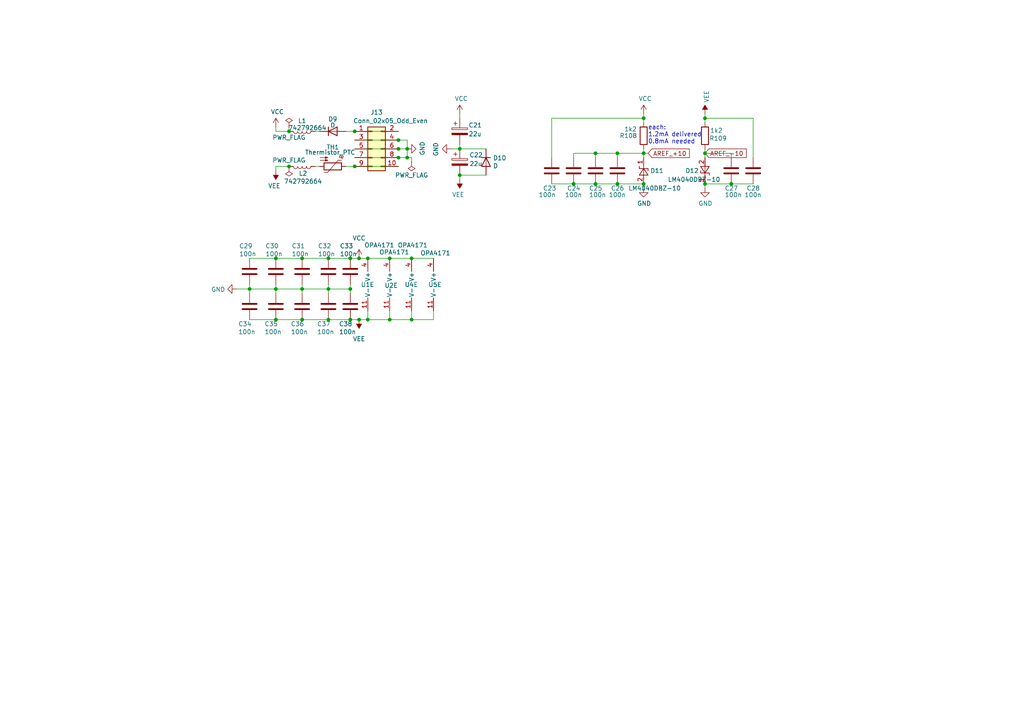
<source format=kicad_sch>
(kicad_sch (version 20211123) (generator eeschema)
  (paper "A4")
  (title_block (title "Mutable Blinds Klon, Taube Power") (date "2021-12-13") (rev "1.0") (comment 1 "urban@taube.xyz") (comment 2 "KiCad clone by Urban Bieri") (comment 3 "Design by Émilie Gillet") (comment 4 "cc-by-sa"))
  (lib_symbols
    (symbol "Amplifier_Operational:OPA4134" (pin_names (offset 0.127))
      (property "Reference" "U" (at 0 5.08 0))
      (property "Value" "OPA4134" (at 0 -5.08 0))
      (symbol "OPA4134_1_1"
        (polyline (pts (xy -5.08 5.08) (xy 5.08 0) (xy -5.08 -5.08) (xy -5.08 5.08)) (stroke (width 0.254)) (fill (type background)))
        (pin output line (at 7.62 0 180) (length 2.54) (name "~") (number "1"))
        (pin input line (at -7.62 -2.54 0) (length 2.54) (name "-") (number "2"))
        (pin input line (at -7.62 2.54 0) (length 2.54) (name "+") (number "3"))
      )
      (symbol "OPA4134_2_1"
        (polyline (pts (xy -5.08 5.08) (xy 5.08 0) (xy -5.08 -5.08) (xy -5.08 5.08)) (stroke (width 0.254)) (fill (type background)))
        (pin input line (at -7.62 2.54 0) (length 2.54) (name "+") (number "5"))
        (pin input line (at -7.62 -2.54 0) (length 2.54) (name "-") (number "6"))
        (pin output line (at 7.62 0 180) (length 2.54) (name "~") (number "7"))
      )
      (symbol "OPA4134_3_1"
        (polyline (pts (xy -5.08 5.08) (xy 5.08 0) (xy -5.08 -5.08) (xy -5.08 5.08)) (stroke (width 0.254)) (fill (type background)))
        (pin input line (at -7.62 2.54 0) (length 2.54) (name "+") (number "10"))
        (pin output line (at 7.62 0 180) (length 2.54) (name "~") (number "8"))
        (pin input line (at -7.62 -2.54 0) (length 2.54) (name "-") (number "9"))
      )
      (symbol "OPA4134_4_1"
        (polyline (pts (xy -5.08 5.08) (xy 5.08 0) (xy -5.08 -5.08) (xy -5.08 5.08)) (stroke (width 0.254)) (fill (type background)))
        (pin input line (at -7.62 2.54 0) (length 2.54) (name "+") (number "12"))
        (pin input line (at -7.62 -2.54 0) (length 2.54) (name "-") (number "13"))
        (pin output line (at 7.62 0 180) (length 2.54) (name "~") (number "14"))
      )
      (symbol "OPA4134_5_1"
        (pin power_in line (at -2.54 -7.62 90) (length 3.81) (name "V-") (number "11"))
        (pin power_in line (at -2.54 7.62 270) (length 3.81) (name "V+") (number "4"))
      )
    )
    (symbol "Connector_Generic:Conn_02x05_Odd_Even" (pin_names (offset 1.016) hide)
      (property "Reference" "J" (at 1.27 7.62 0))
      (property "Value" "Conn_02x05_Odd_Even" (at 1.27 -7.62 0))
      (symbol "Conn_02x05_Odd_Even_1_1"
        (rectangle (start -1.27 -4.953) (end 0 -5.207) (stroke (width 0.1524)))
        (rectangle (start -1.27 -2.413) (end 0 -2.667) (stroke (width 0.1524)))
        (rectangle (start -1.27 0.127) (end 0 -0.127) (stroke (width 0.1524)))
        (rectangle (start -1.27 2.667) (end 0 2.413) (stroke (width 0.1524)))
        (rectangle (start -1.27 5.207) (end 0 4.953) (stroke (width 0.1524)))
        (rectangle (start -1.27 6.35) (end 3.81 -6.35) (stroke (width 0.254)) (fill (type background)))
        (rectangle (start 3.81 -4.953) (end 2.54 -5.207) (stroke (width 0.1524)))
        (rectangle (start 3.81 -2.413) (end 2.54 -2.667) (stroke (width 0.1524)))
        (rectangle (start 3.81 0.127) (end 2.54 -0.127) (stroke (width 0.1524)))
        (rectangle (start 3.81 2.667) (end 2.54 2.413) (stroke (width 0.1524)))
        (rectangle (start 3.81 5.207) (end 2.54 4.953) (stroke (width 0.1524)))
        (pin passive line (at -5.08 5.08 0) (length 3.81) (name "Pin_1") (number "1"))
        (pin passive line (at 7.62 -5.08 180) (length 3.81) (name "Pin_10") (number "10"))
        (pin passive line (at 7.62 5.08 180) (length 3.81) (name "Pin_2") (number "2"))
        (pin passive line (at -5.08 2.54 0) (length 3.81) (name "Pin_3") (number "3"))
        (pin passive line (at 7.62 2.54 180) (length 3.81) (name "Pin_4") (number "4"))
        (pin passive line (at -5.08 0 0) (length 3.81) (name "Pin_5") (number "5"))
        (pin passive line (at 7.62 0 180) (length 3.81) (name "Pin_6") (number "6"))
        (pin passive line (at -5.08 -2.54 0) (length 3.81) (name "Pin_7") (number "7"))
        (pin passive line (at 7.62 -2.54 180) (length 3.81) (name "Pin_8") (number "8"))
        (pin passive line (at -5.08 -5.08 0) (length 3.81) (name "Pin_9") (number "9"))
      )
    )
    (symbol "Device:C" (pin_numbers hide) (pin_names (offset 0.254))
      (property "Reference" "C" (at 0.635 2.54 0))
      (property "Value" "C" (at 0.635 -2.54 0))
      (symbol "C_0_1"
        (polyline (pts (xy -2.032 -0.762) (xy 2.032 -0.762)) (stroke (width 0.508)))
        (polyline (pts (xy -2.032 0.762) (xy 2.032 0.762)) (stroke (width 0.508)))
      )
      (symbol "C_1_1"
        (pin passive line (at 0 3.81 270) (length 2.794) (name "~") (number "1"))
        (pin passive line (at 0 -3.81 90) (length 2.794) (name "~") (number "2"))
      )
    )
    (symbol "Device:C_Polarized" (pin_numbers hide) (pin_names (offset 0.254))
      (property "Reference" "C" (at 0.635 2.54 0))
      (property "Value" "C_Polarized" (at 0.635 -2.54 0))
      (symbol "C_Polarized_0_1"
        (rectangle (start -2.286 0.508) (end 2.286 1.016))
        (polyline (pts (xy -1.778 2.286) (xy -0.762 2.286)))
        (polyline (pts (xy -1.27 2.794) (xy -1.27 1.778)))
        (rectangle (start 2.286 -0.508) (end -2.286 -1.016) (fill (type outline)))
      )
      (symbol "C_Polarized_1_1"
        (pin passive line (at 0 3.81 270) (length 2.794) (name "~") (number "1"))
        (pin passive line (at 0 -3.81 90) (length 2.794) (name "~") (number "2"))
      )
    )
    (symbol "Device:D" (pin_numbers hide) (pin_names (offset 1.016) hide)
      (property "Reference" "D" (at 0 2.54 0))
      (property "Value" "D" (at 0 -2.54 0))
      (symbol "D_0_1"
        (polyline (pts (xy -1.27 1.27) (xy -1.27 -1.27)) (stroke (width 0.254)))
        (polyline (pts (xy 1.27 0) (xy -1.27 0)))
        (polyline (pts (xy 1.27 1.27) (xy 1.27 -1.27) (xy -1.27 0) (xy 1.27 1.27)) (stroke (width 0.254)))
      )
      (symbol "D_1_1"
        (pin passive line (at -3.81 0 0) (length 2.54) (name "K") (number "1"))
        (pin passive line (at 3.81 0 180) (length 2.54) (name "A") (number "2"))
      )
    )
    (symbol "Device:L" (pin_numbers hide) (pin_names (offset 1.016) hide)
      (property "Reference" "L" (at -1.27 0 90))
      (property "Value" "L" (at 1.905 0 90))
      (symbol "L_0_1"
        (arc (start 0 -2.54) (mid 0.635 -1.905) (end 0 -1.27))
        (arc (start 0 -1.27) (mid 0.635 -0.635) (end 0 0))
        (arc (start 0 0) (mid 0.635 0.635) (end 0 1.27))
        (arc (start 0 1.27) (mid 0.635 1.905) (end 0 2.54))
      )
      (symbol "L_1_1"
        (pin passive line (at 0 3.81 270) (length 1.27) (name "1") (number "1"))
        (pin passive line (at 0 -3.81 90) (length 1.27) (name "2") (number "2"))
      )
    )
    (symbol "Device:R" (pin_numbers hide) (pin_names (offset 0))
      (property "Reference" "R" (at 2.032 0 90))
      (property "Value" "R" (at 0 0 90))
      (symbol "R_0_1"
        (rectangle (start -1.016 -2.54) (end 1.016 2.54) (stroke (width 0.254)))
      )
      (symbol "R_1_1"
        (pin passive line (at 0 3.81 270) (length 1.27) (name "~") (number "1"))
        (pin passive line (at 0 -3.81 90) (length 1.27) (name "~") (number "2"))
      )
    )
    (symbol "Device:Thermistor_PTC" (pin_numbers hide) (pin_names (offset 0))
      (property "Reference" "TH" (at -4.064 0 90))
      (property "Value" "Thermistor_PTC" (at 3.048 0 90))
      (symbol "Thermistor_PTC_0_1"
        (arc (start -3.048 2.159) (mid -3.0505 2.3165) (end -3.175 2.413))
        (arc (start -3.048 2.159) (mid -2.9736 1.9794) (end -2.794 1.905))
        (arc (start -3.048 2.794) (mid -2.9736 2.6144) (end -2.794 2.54))
        (arc (start -2.794 1.905) (mid -2.6144 1.9794) (end -2.54 2.159))
        (arc (start -2.794 2.54) (mid -2.434 2.5608) (end -2.159 2.794))
        (arc (start -2.794 3.048) (mid -2.9736 2.9736) (end -3.048 2.794))
        (arc (start -2.54 2.794) (mid -2.6144 2.9736) (end -2.794 3.048))
        (rectangle (start -1.016 2.54) (end 1.016 -2.54) (stroke (width 0.254)))
        (polyline (pts (xy -2.54 2.159) (xy -2.54 2.794)))
        (polyline (pts (xy -1.778 2.54) (xy -1.778 1.524) (xy 1.778 -1.524) (xy 1.778 -2.54)))
        (polyline (pts (xy -2.54 -3.683) (xy -2.54 -1.397) (xy -2.794 -2.159) (xy -2.286 -2.159) (xy -2.54 -1.397) (xy -2.54 -1.651)) (fill (type outline)))
        (polyline (pts (xy -1.778 -3.683) (xy -1.778 -1.397) (xy -2.032 -2.159) (xy -1.524 -2.159) (xy -1.778 -1.397) (xy -1.778 -1.651)) (fill (type outline)))
      )
      (symbol "Thermistor_PTC_1_1"
        (pin passive line (at 0 3.81 270) (length 1.27) (name "~") (number "1"))
        (pin passive line (at 0 -3.81 90) (length 1.27) (name "~") (number "2"))
      )
    )
    (symbol "Reference_Voltage:LM4040DBZ-10" (pin_names (offset 0.0254) hide)
      (property "Reference" "U" (at 0 2.54 0))
      (property "Value" "LM4040DBZ-10" (at 0 -3.175 0))
      (symbol "LM4040DBZ-10_0_1"
        (polyline (pts (xy -1.27 0) (xy 0 0) (xy 1.27 0)))
        (polyline (pts (xy -1.27 -1.27) (xy 0.635 0) (xy -1.27 1.27) (xy -1.27 -1.27)) (stroke (width 0.2032)))
        (polyline (pts (xy 0 -1.27) (xy 0.635 -1.27) (xy 0.635 1.27) (xy 1.27 1.27)) (stroke (width 0.2032)))
      )
      (symbol "LM4040DBZ-10_1_1"
        (pin passive line (at 3.81 0 180) (length 2.54) (name "K") (number "1"))
        (pin passive line (at -3.81 0 0) (length 2.54) (name "A") (number "2"))
      )
    )
    (symbol "power:GND" (power) (pin_names (offset 0))
      (property "Value" "GND" (at 0 -3.81 0))
      (symbol "GND_0_1"
        (polyline (pts (xy 0 0) (xy 0 -1.27) (xy 1.27 -1.27) (xy 0 -2.54) (xy -1.27 -1.27) (xy 0 -1.27)))
      )
      (symbol "GND_1_1"
        (pin power_in line (at 0 0 270) (length 0) hide (name "GND") (number "1"))
      )
    )
    (symbol "power:PWR_FLAG" (power) (pin_numbers hide) (pin_names (offset 0) hide)
      (property "Value" "PWR_FLAG" (at 0 3.81 0))
      (symbol "PWR_FLAG_0_0"
        (pin power_out line (at 0 0 90) (length 0) (name "pwr") (number "1"))
      )
      (symbol "PWR_FLAG_0_1"
        (polyline (pts (xy 0 0) (xy 0 1.27) (xy -1.016 1.905) (xy 0 2.54) (xy 1.016 1.905) (xy 0 1.27)))
      )
    )
    (symbol "power:VCC" (power) (pin_names (offset 0))
      (property "Value" "VCC" (at 0 3.81 0))
      (symbol "VCC_0_1"
        (polyline (pts (xy -0.762 1.27) (xy 0 2.54)))
        (polyline (pts (xy 0 0) (xy 0 2.54)))
        (polyline (pts (xy 0 2.54) (xy 0.762 1.27)))
      )
      (symbol "VCC_1_1"
        (pin power_in line (at 0 0 90) (length 0) hide (name "VCC") (number "1"))
      )
    )
    (symbol "power:VEE" (power) (pin_names (offset 0))
      (property "Value" "VEE" (at 0 3.81 0))
      (symbol "VEE_0_1"
        (polyline (pts (xy 0 0) (xy 0 2.54)))
        (polyline (pts (xy 0.762 1.27) (xy -0.762 1.27) (xy 0 2.54) (xy 0.762 1.27)) (fill (type outline)))
      )
      (symbol "VEE_1_1"
        (pin power_in line (at 0 0 90) (length 0) hide (name "VEE") (number "1"))
      )
    )
  )
  (junction (at 87.63 74.93))
  (junction (at 104.14 74.93))
  (junction (at 101.6 83.82))
  (junction (at 87.63 83.82))
  (junction (at 72.39 83.82))
  (junction (at 204.47 34.29))
  (junction (at 95.25 83.82))
  (junction (at 118.11 43.18))
  (junction (at 102.87 48.26))
  (junction (at 95.25 92.71))
  (junction (at 212.09 53.34))
  (junction (at 186.69 44.45))
  (junction (at 80.01 74.93))
  (junction (at 186.69 53.34))
  (junction (at 204.47 44.45))
  (junction (at 186.69 34.29))
  (junction (at 166.37 53.34))
  (junction (at 106.68 92.71))
  (junction (at 101.6 74.93))
  (junction (at 101.6 92.71))
  (junction (at 115.57 43.18))
  (junction (at 172.72 44.45))
  (junction (at 87.63 92.71))
  (junction (at 118.11 45.72))
  (junction (at 204.47 53.34))
  (junction (at 119.38 74.93))
  (junction (at 133.35 50.8))
  (junction (at 80.01 92.71))
  (junction (at 80.01 83.82))
  (junction (at 133.35 43.18))
  (junction (at 119.38 92.71))
  (junction (at 106.68 74.93))
  (junction (at 104.14 92.71))
  (junction (at 115.57 45.72))
  (junction (at 179.07 53.34))
  (junction (at 83.82 48.26))
  (junction (at 113.03 74.93))
  (junction (at 83.82 38.1))
  (junction (at 115.57 40.64))
  (junction (at 172.72 53.34))
  (junction (at 95.25 74.93))
  (junction (at 113.03 92.71))
  (junction (at 179.07 44.45))
  (junction (at 102.87 38.1))
  (wire (pts (xy 118.11 40.64) (xy 118.11 43.18)))
  (wire (pts (xy 72.39 74.93) (xy 80.01 74.93)))
  (wire (pts (xy 119.38 45.72) (xy 119.38 46.99)))
  (wire (pts (xy 186.69 44.45) (xy 179.07 44.45)))
  (wire (pts (xy 106.68 74.93) (xy 113.03 74.93)))
  (wire (pts (xy 218.44 45.72) (xy 218.44 34.29)))
  (wire (pts (xy 125.73 92.71) (xy 125.73 90.17)))
  (wire (pts (xy 102.87 40.64) (xy 115.57 40.64)))
  (wire (pts (xy 140.97 43.18) (xy 133.35 43.18)))
  (wire (pts (xy 106.68 92.71) (xy 113.03 92.71)))
  (wire (pts (xy 187.96 44.45) (xy 186.69 44.45)))
  (wire (pts (xy 83.82 38.1) (xy 83.82 36.83)))
  (wire (pts (xy 68.58 83.82) (xy 72.39 83.82)))
  (wire (pts (xy 133.35 43.18) (xy 133.35 41.91)))
  (wire (pts (xy 118.11 43.18) (xy 118.11 45.72)))
  (wire (pts (xy 87.63 74.93) (xy 95.25 74.93)))
  (wire (pts (xy 87.63 85.09) (xy 87.63 83.82)))
  (wire (pts (xy 102.87 38.1) (xy 115.57 38.1)))
  (wire (pts (xy 119.38 92.71) (xy 125.73 92.71)))
  (wire (pts (xy 113.03 92.71) (xy 113.03 90.17)))
  (wire (pts (xy 72.39 83.82) (xy 80.01 83.82)))
  (wire (pts (xy 118.11 45.72) (xy 119.38 45.72)))
  (wire (pts (xy 204.47 44.45) (xy 204.47 45.72)))
  (wire (pts (xy 166.37 44.45) (xy 166.37 45.72)))
  (wire (pts (xy 172.72 44.45) (xy 166.37 44.45)))
  (wire (pts (xy 212.09 45.72) (xy 212.09 44.45)))
  (wire (pts (xy 72.39 85.09) (xy 72.39 83.82)))
  (wire (pts (xy 83.82 48.26) (xy 80.01 48.26)))
  (wire (pts (xy 87.63 82.55) (xy 87.63 83.82)))
  (wire (pts (xy 172.72 53.34) (xy 179.07 53.34)))
  (wire (pts (xy 113.03 74.93) (xy 119.38 74.93)))
  (wire (pts (xy 72.39 83.82) (xy 72.39 82.55)))
  (wire (pts (xy 204.47 34.29) (xy 204.47 35.56)))
  (wire (pts (xy 80.01 48.26) (xy 80.01 49.53)))
  (wire (pts (xy 130.81 43.18) (xy 133.35 43.18)))
  (wire (pts (xy 186.69 33.02) (xy 186.69 34.29)))
  (wire (pts (xy 113.03 92.71) (xy 119.38 92.71)))
  (wire (pts (xy 80.01 38.1) (xy 80.01 36.83)))
  (wire (pts (xy 186.69 54.61) (xy 186.69 53.34)))
  (wire (pts (xy 92.71 48.26) (xy 91.44 48.26)))
  (wire (pts (xy 212.09 44.45) (xy 204.47 44.45)))
  (wire (pts (xy 102.87 48.26) (xy 115.57 48.26)))
  (wire (pts (xy 204.47 53.34) (xy 204.47 54.61)))
  (wire (pts (xy 218.44 34.29) (xy 204.47 34.29)))
  (wire (pts (xy 80.01 83.82) (xy 87.63 83.82)))
  (wire (pts (xy 115.57 40.64) (xy 118.11 40.64)))
  (wire (pts (xy 80.01 92.71) (xy 87.63 92.71)))
  (wire (pts (xy 119.38 90.17) (xy 119.38 92.71)))
  (wire (pts (xy 186.69 34.29) (xy 160.02 34.29)))
  (wire (pts (xy 172.72 45.72) (xy 172.72 44.45)))
  (wire (pts (xy 115.57 45.72) (xy 118.11 45.72)))
  (wire (pts (xy 212.09 53.34) (xy 218.44 53.34)))
  (wire (pts (xy 80.01 74.93) (xy 87.63 74.93)))
  (wire (pts (xy 160.02 53.34) (xy 166.37 53.34)))
  (wire (pts (xy 102.87 43.18) (xy 115.57 43.18)))
  (wire (pts (xy 87.63 92.71) (xy 95.25 92.71)))
  (wire (pts (xy 104.14 74.93) (xy 106.68 74.93)))
  (wire (pts (xy 95.25 83.82) (xy 95.25 82.55)))
  (wire (pts (xy 95.25 85.09) (xy 95.25 83.82)))
  (wire (pts (xy 101.6 92.71) (xy 104.14 92.71)))
  (wire (pts (xy 179.07 53.34) (xy 186.69 53.34)))
  (wire (pts (xy 160.02 34.29) (xy 160.02 45.72)))
  (wire (pts (xy 204.47 53.34) (xy 212.09 53.34)))
  (wire (pts (xy 72.39 92.71) (xy 80.01 92.71)))
  (wire (pts (xy 179.07 45.72) (xy 179.07 44.45)))
  (wire (pts (xy 204.47 33.02) (xy 204.47 34.29)))
  (wire (pts (xy 106.68 90.17) (xy 106.68 92.71)))
  (wire (pts (xy 133.35 34.29) (xy 133.35 33.02)))
  (wire (pts (xy 166.37 53.34) (xy 172.72 53.34)))
  (wire (pts (xy 104.14 92.71) (xy 106.68 92.71)))
  (wire (pts (xy 100.33 48.26) (xy 102.87 48.26)))
  (wire (pts (xy 102.87 45.72) (xy 115.57 45.72)))
  (wire (pts (xy 186.69 34.29) (xy 186.69 35.56)))
  (wire (pts (xy 179.07 44.45) (xy 172.72 44.45)))
  (wire (pts (xy 119.38 74.93) (xy 125.73 74.93)))
  (wire (pts (xy 100.33 38.1) (xy 102.87 38.1)))
  (wire (pts (xy 115.57 43.18) (xy 118.11 43.18)))
  (wire (pts (xy 95.25 83.82) (xy 101.6 83.82)))
  (wire (pts (xy 204.47 43.18) (xy 204.47 44.45)))
  (wire (pts (xy 91.44 38.1) (xy 92.71 38.1)))
  (wire (pts (xy 80.01 82.55) (xy 80.01 83.82)))
  (wire (pts (xy 87.63 83.82) (xy 95.25 83.82)))
  (wire (pts (xy 140.97 50.8) (xy 133.35 50.8)))
  (wire (pts (xy 133.35 50.8) (xy 133.35 52.07)))
  (wire (pts (xy 101.6 74.93) (xy 104.14 74.93)))
  (wire (pts (xy 101.6 83.82) (xy 101.6 85.09)))
  (wire (pts (xy 83.82 38.1) (xy 80.01 38.1)))
  (wire (pts (xy 186.69 44.45) (xy 186.69 45.72)))
  (wire (pts (xy 80.01 83.82) (xy 80.01 85.09)))
  (wire (pts (xy 95.25 92.71) (xy 101.6 92.71)))
  (wire (pts (xy 83.82 48.26) (xy 83.82 48.514)))
  (wire (pts (xy 101.6 82.55) (xy 101.6 83.82)))
  (wire (pts (xy 95.25 74.93) (xy 101.6 74.93)))
  (wire (pts (xy 186.69 43.18) (xy 186.69 44.45)))
  (text "each:\n1.2mA delivered\n0.8mA needed" (at 187.96 41.91 0) (effects (font (size 1.27 1.27)) (justify left bottom)))
  (global_label "AREF_-10" (shape input) (at 204.47 44.45 0) (property "Intersheet References" "${INTERSHEET_REFS}" (effects hide)))
  (global_label "AREF_+10" (shape input) (at 187.96 44.45 0) (property "Intersheet References" "${INTERSHEET_REFS}" (effects hide)))
  (symbol (lib_id "Device:C") (at 179.07 49.53 180) (unit 1)
    (property "Reference" "C26" (at 177.165 54.61 0) (effects (justify right)))
    (property "Value" "100n" (at 176.53 56.515 0) (effects (justify right)))
    (property "Footprint" "Capacitor_SMD:C_0805_2012Metric_Pad1.18x1.45mm_HandSolder" (effects hide))
  )
  (symbol (lib_id "Reference_Voltage:LM4040DBZ-10") (at 186.69 49.53 90) (unit 1)
    (property "Reference" "D11" (at 188.595 49.53 90) (effects (justify right)))
    (property "Value" "LM4040DBZ-10" (at 182.245 54.61 90) (effects (justify right)))
    (property "Footprint" "Package_TO_SOT_SMD:SOT-23_Handsoldering" (effects hide))
    (property "Datasheet" "http://www.ti.com/lit/ds/symlink/lm4040-n.pdf" (effects hide))
  )
  (symbol (lib_id "Device:R") (at 186.69 39.37 180) (unit 1)
    (property "Reference" "R108" (at 182.245 39.37 0))
    (property "Value" "1k2" (at 182.88 37.465 0))
    (property "Footprint" "Resistor_SMD:R_0805_2012Metric_Pad1.20x1.40mm_HandSolder" (effects hide))
  )
  (symbol (lib_id "Device:R") (at 204.47 39.37 180) (unit 1)
    (property "Reference" "R109" (at 208.28 40.132 0))
    (property "Value" "1k2" (at 207.772 37.846 0))
    (property "Footprint" "Resistor_SMD:R_0805_2012Metric_Pad1.20x1.40mm_HandSolder" (effects hide))
  )
  (symbol (lib_id "Reference_Voltage:LM4040DBZ-10") (at 204.47 49.53 270) (unit 1)
    (property "Reference" "D12" (at 198.755 49.53 90) (effects (justify left)))
    (property "Value" "LM4040DBZ-10" (at 193.675 52.07 90) (effects (justify left)))
    (property "Footprint" "Package_TO_SOT_SMD:SOT-23_Handsoldering" (effects hide))
    (property "Datasheet" "http://www.ti.com/lit/ds/symlink/lm4040-n.pdf" (effects hide))
  )
  (symbol (lib_id "Device:C") (at 172.72 49.53 180) (unit 1)
    (property "Reference" "C25" (at 170.815 54.61 0) (effects (justify right)))
    (property "Value" "100n" (at 170.815 56.515 0) (effects (justify right)))
    (property "Footprint" "Capacitor_SMD:C_0805_2012Metric_Pad1.18x1.45mm_HandSolder" (effects hide))
  )
  (symbol (lib_id "Device:C") (at 166.37 49.53 180) (unit 1)
    (property "Reference" "C24" (at 164.465 54.61 0) (effects (justify right)))
    (property "Value" "100n" (at 163.83 56.515 0) (effects (justify right)))
    (property "Footprint" "Capacitor_SMD:C_0805_2012Metric_Pad1.18x1.45mm_HandSolder" (effects hide))
  )
  (symbol (lib_id "Device:C") (at 160.02 49.53 180) (unit 1)
    (property "Reference" "C23" (at 157.48 54.61 0) (effects (justify right)))
    (property "Value" "100n" (at 156.21 56.515 0) (effects (justify right)))
    (property "Footprint" "Capacitor_SMD:C_0805_2012Metric_Pad1.18x1.45mm_HandSolder" (effects hide))
  )
  (symbol (lib_id "Device:C") (at 212.09 49.53 180) (unit 1)
    (property "Reference" "C27" (at 210.185 54.61 0) (effects (justify right)))
    (property "Value" "100n" (at 210.185 56.515 0) (effects (justify right)))
    (property "Footprint" "Capacitor_SMD:C_0805_2012Metric_Pad1.18x1.45mm_HandSolder" (effects hide))
  )
  (symbol (lib_id "Device:C") (at 218.44 49.53 180) (unit 1)
    (property "Reference" "C28" (at 216.535 54.61 0) (effects (justify right)))
    (property "Value" "100n" (at 215.9 56.515 0) (effects (justify right)))
    (property "Footprint" "Capacitor_SMD:C_0805_2012Metric_Pad1.18x1.45mm_HandSolder" (effects hide))
  )
  (symbol (lib_id "power:GND") (at 186.69 54.61 0) (unit 1)
    (property "Reference" "#PWR073" (effects hide))
    (property "Value" "GND" (at 186.817 59.0042 0))
  )
  (symbol (lib_id "power:GND") (at 204.47 54.61 0) (unit 1)
    (property "Reference" "#PWR074" (effects hide))
    (property "Value" "GND" (at 204.597 59.0042 0))
  )
  (symbol (lib_id "power:VCC") (at 186.69 33.02 0) (unit 1)
    (property "Reference" "#PWR066" (effects hide))
    (property "Value" "VCC" (at 187.1218 28.6258 0))
  )
  (symbol (lib_id "power:VEE") (at 204.47 33.02 0) (unit 1)
    (property "Reference" "#PWR067" (effects hide))
    (property "Value" "VEE" (at 204.9272 29.7942 90) (effects (justify left)))
  )
  (symbol (lib_id "Amplifier_Operational:OPA4134") (at 109.22 82.55 0) (unit 5)
    (property "Reference" "U1" (at 104.648 82.55 0) (effects (justify left)))
    (property "Value" "OPA4171" (at 105.664 71.12 0) (effects (justify left)))
    (property "Footprint" "Package_SO:SOIC-14_3.9x8.7mm_P1.27mm" (effects hide))
    (property "Datasheet" "http://www.ti.com/lit/ds/symlink/opa134.pdf" (effects hide))
  )
  (symbol (lib_id "Amplifier_Operational:OPA4134") (at 115.57 82.55 0) (unit 5)
    (property "Reference" "U2" (at 111.506 82.804 0) (effects (justify left)))
    (property "Value" "OPA4171" (at 109.982 73.152 0) (effects (justify left)))
    (property "Footprint" "Package_SO:SOIC-14_3.9x8.7mm_P1.27mm" (effects hide))
    (property "Datasheet" "http://www.ti.com/lit/ds/symlink/opa134.pdf" (effects hide))
  )
  (symbol (lib_id "power:VEE") (at 104.14 92.71 180) (unit 1)
    (property "Reference" "#PWR077" (effects hide))
    (property "Value" "VEE" (at 104.14 98.298 0))
  )
  (symbol (lib_id "power:VCC") (at 104.14 74.93 0) (unit 1)
    (property "Reference" "#PWR075" (effects hide))
    (property "Value" "VCC" (at 104.14 69.088 0))
  )
  (symbol (lib_id "Device:C") (at 101.6 78.74 180) (unit 1)
    (property "Reference" "C33" (at 98.552 71.3486 0) (effects (justify right)))
    (property "Value" "100n" (at 98.552 73.66 0) (effects (justify right)))
    (property "Footprint" "Capacitor_SMD:C_0805_2012Metric_Pad1.18x1.45mm_HandSolder" (effects hide))
  )
  (symbol (lib_id "Device:C") (at 101.6 88.9 180) (unit 1)
    (property "Reference" "C38" (at 98.298 93.9546 0) (effects (justify right)))
    (property "Value" "100n" (at 98.298 96.266 0) (effects (justify right)))
    (property "Footprint" "Capacitor_SMD:C_0805_2012Metric_Pad1.18x1.45mm_HandSolder" (effects hide))
  )
  (symbol (lib_id "power:GND") (at 68.58 83.82 270) (unit 1)
    (property "Reference" "#PWR076" (effects hide))
    (property "Value" "GND" (at 65.3288 83.947 90) (effects (justify right)))
  )
  (symbol (lib_id "Device:C") (at 95.25 88.9 180) (unit 1)
    (property "Reference" "C37" (at 91.948 93.9546 0) (effects (justify right)))
    (property "Value" "100n" (at 91.948 96.266 0) (effects (justify right)))
    (property "Footprint" "Capacitor_SMD:C_0805_2012Metric_Pad1.18x1.45mm_HandSolder" (effects hide))
  )
  (symbol (lib_id "Device:C") (at 95.25 78.74 180) (unit 1)
    (property "Reference" "C32" (at 92.202 71.3486 0) (effects (justify right)))
    (property "Value" "100n" (at 92.202 73.66 0) (effects (justify right)))
    (property "Footprint" "Capacitor_SMD:C_0805_2012Metric_Pad1.18x1.45mm_HandSolder" (effects hide))
  )
  (symbol (lib_id "Device:C") (at 87.63 78.74 180) (unit 1)
    (property "Reference" "C31" (at 84.582 71.3486 0) (effects (justify right)))
    (property "Value" "100n" (at 84.582 73.66 0) (effects (justify right)))
    (property "Footprint" "Capacitor_SMD:C_0805_2012Metric_Pad1.18x1.45mm_HandSolder" (effects hide))
  )
  (symbol (lib_id "Device:C") (at 87.63 88.9 180) (unit 1)
    (property "Reference" "C36" (at 84.328 93.9546 0) (effects (justify right)))
    (property "Value" "100n" (at 84.328 96.266 0) (effects (justify right)))
    (property "Footprint" "Capacitor_SMD:C_0805_2012Metric_Pad1.18x1.45mm_HandSolder" (effects hide))
  )
  (symbol (lib_id "Amplifier_Operational:OPA4134") (at 121.92 82.55 0) (unit 5)
    (property "Reference" "U4" (at 117.348 82.55 0) (effects (justify left)))
    (property "Value" "OPA4171" (at 115.316 71.12 0) (effects (justify left)))
    (property "Footprint" "Package_SO:SOIC-14_3.9x8.7mm_P1.27mm" (effects hide))
    (property "Datasheet" "http://www.ti.com/lit/ds/symlink/opa134.pdf" (effects hide))
  )
  (symbol (lib_id "Amplifier_Operational:OPA4134") (at 128.27 82.55 0) (unit 5)
    (property "Reference" "U5" (at 124.206 82.55 0) (effects (justify left)))
    (property "Value" "OPA4171" (at 121.92 73.406 0) (effects (justify left)))
    (property "Footprint" "Package_SO:SOIC-14_3.9x8.7mm_P1.27mm" (effects hide))
    (property "Datasheet" "http://www.ti.com/lit/ds/symlink/opa134.pdf" (effects hide))
  )
  (symbol (lib_id "Device:C") (at 80.01 78.74 180) (unit 1)
    (property "Reference" "C30" (at 76.962 71.3486 0) (effects (justify right)))
    (property "Value" "100n" (at 76.962 73.66 0) (effects (justify right)))
    (property "Footprint" "Capacitor_SMD:C_0805_2012Metric_Pad1.18x1.45mm_HandSolder" (effects hide))
  )
  (symbol (lib_id "Device:C") (at 80.01 88.9 180) (unit 1)
    (property "Reference" "C35" (at 76.708 93.9546 0) (effects (justify right)))
    (property "Value" "100n" (at 76.708 96.266 0) (effects (justify right)))
    (property "Footprint" "Capacitor_SMD:C_0805_2012Metric_Pad1.18x1.45mm_HandSolder" (effects hide))
  )
  (symbol (lib_id "Device:C") (at 72.39 88.9 180) (unit 1)
    (property "Reference" "C34" (at 69.088 93.9546 0) (effects (justify right)))
    (property "Value" "100n" (at 69.088 96.266 0) (effects (justify right)))
    (property "Footprint" "Capacitor_SMD:C_0805_2012Metric_Pad1.18x1.45mm_HandSolder" (effects hide))
  )
  (symbol (lib_id "Device:C") (at 72.39 78.74 180) (unit 1)
    (property "Reference" "C29" (at 69.342 71.3486 0) (effects (justify right)))
    (property "Value" "100n" (at 69.342 73.66 0) (effects (justify right)))
    (property "Footprint" "Capacitor_SMD:C_0805_2012Metric_Pad1.18x1.45mm_HandSolder" (effects hide))
  )
  (symbol (lib_id "Connector_Generic:Conn_02x05_Odd_Even") (at 107.95 43.18 0) (unit 1)
    (property "Reference" "J13" (at 109.22 32.5882 0))
    (property "Value" "Conn_02x05_Odd_Even" (at 113.284 35.052 0))
    (property "Footprint" "Connector_PinHeader_2.54mm:PinHeader_2x05_P2.54mm_Vertical" (effects hide))
  )
  (symbol (lib_id "Device:L") (at 87.63 38.1 270) (unit 1)
    (property "Reference" "L1" (at 87.63 35.052 90))
    (property "Value" "742792664" (at 89.154 37.084 90))
    (property "Footprint" "Inductor_SMD:L_0603_1608Metric_Pad1.05x0.95mm_HandSolder" (effects hide))
  )
  (symbol (lib_id "Device:L") (at 87.63 48.26 270) (unit 1)
    (property "Reference" "L2" (at 87.884 50.292 90))
    (property "Value" "742792664" (at 87.884 52.6034 90))
    (property "Footprint" "Inductor_SMD:L_0603_1608Metric_Pad1.05x0.95mm_HandSolder" (effects hide))
  )
  (symbol (lib_id "Device:Thermistor_PTC") (at 96.52 48.26 270) (unit 1)
    (property "Reference" "TH1" (at 96.52 42.672 90))
    (property "Value" "Thermistor_PTC" (at 95.758 44.196 90))
    (property "Footprint" "Resistor_SMD:R_1206_3216Metric_Pad1.30x1.75mm_HandSolder" (effects hide))
  )
  (symbol (lib_id "Device:D") (at 96.52 38.1 0) (unit 1)
    (property "Reference" "D9" (at 96.52 34.544 0))
    (property "Value" "D" (at 96.52 36.322 0))
    (property "Footprint" "Diode_SMD:D_SMA_Handsoldering" (effects hide))
  )
  (symbol (lib_id "power:VCC") (at 80.01 36.83 0) (unit 1)
    (property "Reference" "#PWR068" (effects hide))
    (property "Value" "VCC" (at 80.4418 32.4358 0))
  )
  (symbol (lib_id "power:VEE") (at 80.01 49.53 180) (unit 1)
    (property "Reference" "#PWR071" (effects hide))
    (property "Value" "VEE" (at 79.5528 53.9242 0))
  )
  (symbol (lib_id "power:GND") (at 118.11 43.18 90) (unit 1)
    (property "Reference" "#PWR069" (effects hide))
    (property "Value" "GND" (at 122.5042 43.053 0))
  )
  (symbol (lib_id "power:VCC") (at 133.35 33.02 0) (unit 1)
    (property "Reference" "#PWR065" (effects hide))
    (property "Value" "VCC" (at 133.7818 28.6258 0))
  )
  (symbol (lib_id "power:VEE") (at 133.35 52.07 180) (unit 1)
    (property "Reference" "#PWR072" (effects hide))
    (property "Value" "VEE" (at 132.8928 56.4642 0))
  )
  (symbol (lib_id "Device:D") (at 140.97 46.99 270) (unit 1)
    (property "Reference" "D10" (at 142.9766 45.8216 90) (effects (justify left)))
    (property "Value" "D" (at 142.9766 48.133 90) (effects (justify left)))
    (property "Footprint" "Diode_SMD:D_SMA_Handsoldering" (effects hide))
  )
  (symbol (lib_id "power:GND") (at 130.81 43.18 270) (unit 1)
    (property "Reference" "#PWR070" (effects hide))
    (property "Value" "GND" (at 126.4158 43.307 0))
  )
  (symbol (lib_id "power:PWR_FLAG") (at 83.82 48.514 180) (unit 1)
    (property "Reference" "#FLG03" (effects hide))
    (property "Value" "PWR_FLAG" (at 83.82 46.482 0))
  )
  (symbol (lib_id "power:PWR_FLAG") (at 83.82 36.83 0) (unit 1)
    (property "Reference" "#FLG01" (effects hide))
    (property "Value" "PWR_FLAG" (at 83.82 39.878 0))
  )
  (symbol (lib_id "power:PWR_FLAG") (at 119.38 46.99 180) (unit 1)
    (property "Reference" "#FLG02" (effects hide))
    (property "Value" "PWR_FLAG" (at 119.38 50.8 0))
  )
  (symbol (lib_id "Device:C_Polarized") (at 133.35 46.99 0) (unit 1)
    (property "Reference" "C22" (at 136.144 44.958 0) (effects (justify left)))
    (property "Value" "22u" (at 136.144 47.498 0) (effects (justify left)))
    (property "Footprint" "Capacitor_THT:CP_Radial_D5.0mm_P2.50mm" (effects hide))
  )
  (symbol (lib_id "Device:C_Polarized") (at 133.35 38.1 0) (unit 1)
    (property "Reference" "C21" (at 135.89 36.322 0) (effects (justify left)))
    (property "Value" "22u" (at 135.89 38.862 0) (effects (justify left)))
    (property "Footprint" "Capacitor_THT:CP_Radial_D5.0mm_P2.50mm" (effects hide))
  )
)
</source>
